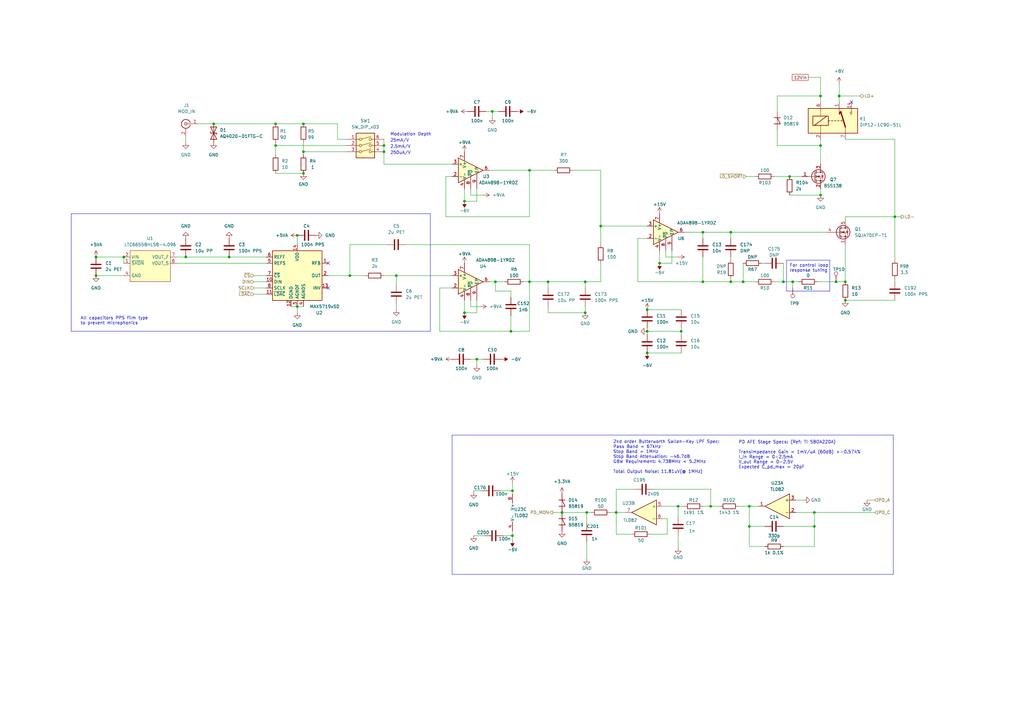
<source format=kicad_sch>
(kicad_sch (version 20230121) (generator eeschema)
  (paper "A3")
  (title_block (title "Kirdy") (date "2022-07-03") (rev "r0.1") (company "M-Labs") (comment 1 "Alex Wong Tat Hang"))
  (lib_symbols
    (symbol "Amplifier_Operational:ADA4898-1YRDZ" (pin_names (offset 0.127))
      (property "Reference" "U" (at 3.81 3.81 0))
      (property "Value" "ADA4898-1YRDZ" (at 11.43 -2.54 0))
      (symbol "ADA4898-1YRDZ_1_1"
        (pin input line (at -7.62 -2.54 0) (length 2.54) (name "-") (number "2"))
        (pin input line (at -7.62 2.54 0) (length 2.54) (name "+") (number "3"))
        (pin power_in line (at -2.54 -7.62 90) (length 3.81) (name "V-") (number "4"))
        (pin output line (at 7.62 0 180) (length 2.54) (name "~") (number "6"))
        (pin power_in line (at -2.54 7.62 270) (length 3.81) (name "V+") (number "7"))
        (pin input line (at 0 -7.62 90) (length 5.08) (name "~{PD}") (number "8"))
        (pin passive line (at 2.54 -7.62 90) (length 6.35) (name "EP") (number "9"))
      )
    )
    (symbol "Amplifier_Operational:TL082" (pin_names (offset 0.127))
      (property "Reference" "U" (at 0 5.08 0))
      (property "Value" "TL082" (at 0 -5.08 0))
      (symbol "TL082_1_1"
        (pin output line (at 7.62 0 180) (length 2.54) (name "~") (number "1"))
        (pin input line (at -7.62 -2.54 0) (length 2.54) (name "-") (number "2"))
        (pin input line (at -7.62 2.54 0) (length 2.54) (name "+") (number "3"))
      )
      (symbol "TL082_2_1"
        (pin input line (at -7.62 2.54 0) (length 2.54) (name "+") (number "5"))
        (pin input line (at -7.62 -2.54 0) (length 2.54) (name "-") (number "6"))
        (pin output line (at 7.62 0 180) (length 2.54) (name "~") (number "7"))
      )
      (symbol "TL082_3_1"
        (pin power_in line (at -2.54 -7.62 90) (length 3.81) (name "V-") (number "4"))
        (pin power_in line (at -2.54 7.62 270) (length 3.81) (name "V+") (number "8"))
      )
    )
    (symbol "Analog_DAC:MAX5719xSD"
      (property "Reference" "U" (at -10.16 11.43 0))
      (property "Value" "MAX5719xSD" (at 1.27 11.43 0))
      (symbol "MAX5719xSD_1_1"
        (pin passive line (at 12.7 5.08 180) (length 2.54) (name "RFB") (number "1"))
        (pin input line (at -12.7 -2.54 0) (length 2.54) (name "DIN") (number "10"))
        (pin input line (at -12.7 -7.62 0) (length 2.54) (name "~{LDAC}") (number "11"))
        (pin power_in line (at -2.54 -12.7 90) (length 2.54) (name "DGND") (number "12"))
        (pin passive line (at 12.7 -5.08 180) (length 2.54) (name "INV") (number "13"))
        (pin power_in line (at 0 12.7 270) (length 2.54) (name "VDD") (number "14"))
        (pin output line (at 12.7 0 180) (length 2.54) (name "OUT") (number "2"))
        (pin power_in line (at 0 -12.7 90) (length 2.54) (name "AGNDF") (number "3"))
        (pin power_in line (at 2.54 -12.7 90) (length 2.54) (name "AGNDS") (number "4"))
        (pin input line (at -12.7 5.08 0) (length 2.54) (name "REFS") (number "5"))
        (pin input line (at -12.7 7.62 0) (length 2.54) (name "REFF") (number "6"))
        (pin input line (at -12.7 0 0) (length 2.54) (name "~{CS}") (number "7"))
        (pin input line (at -12.7 -5.08 0) (length 2.54) (name "SCLK") (number "8"))
        (pin no_connect line (at 10.16 -7.62 180) (length 2.54) hide (name "NC") (number "9"))
      )
    )
    (symbol "Connector:Conn_Coaxial" (pin_names (offset 1.016) hide)
      (property "Reference" "J" (at 0.254 3.048 0))
      (property "Value" "Conn_Coaxial" (at 2.921 0 90))
      (symbol "Conn_Coaxial_1_1"
        (pin passive line (at -5.08 0 0) (length 2.54) (name "In") (number "1"))
        (pin passive line (at 0 -5.08 90) (length 2.54) (name "Ext") (number "2"))
      )
    )
    (symbol "Connector:TestPoint" (pin_numbers hide) (pin_names (offset 0.762) hide)
      (property "Reference" "TP" (at 0 6.858 0))
      (property "Value" "TestPoint" (at 0 5.08 0))
      (symbol "TestPoint_1_1"
        (pin passive line (at 0 0 90) (length 2.54) (name "1") (number "1"))
      )
    )
    (symbol "Device:C" (pin_numbers hide) (pin_names (offset 0.254))
      (property "Reference" "C" (at 0.635 2.54 0))
      (property "Value" "C" (at 0.635 -2.54 0))
      (symbol "C_1_1"
        (pin passive line (at 0 3.81 270) (length 2.794) (name "~") (number "1"))
        (pin passive line (at 0 -3.81 90) (length 2.794) (name "~") (number "2"))
      )
    )
    (symbol "Device:D_Shockley" (pin_numbers hide) (pin_names (offset 1.016) hide)
      (property "Reference" "D" (at 0 2.54 0))
      (property "Value" "D_Shockley" (at 0 -2.54 0))
      (symbol "D_Shockley_1_1"
        (pin passive line (at -3.81 0 0) (length 2.54) (name "K") (number "1"))
        (pin passive line (at 3.81 0 180) (length 2.54) (name "A") (number "2"))
      )
    )
    (symbol "Device:D_TVS" (pin_numbers hide) (pin_names (offset 1.016) hide)
      (property "Reference" "D" (at 0 2.54 0))
      (property "Value" "D_TVS" (at 0 -2.54 0))
      (symbol "D_TVS_1_1"
        (pin passive line (at -3.81 0 0) (length 2.54) (name "A1") (number "1"))
        (pin passive line (at 3.81 0 180) (length 2.54) (name "A2") (number "2"))
      )
    )
    (symbol "Device:R" (pin_numbers hide) (pin_names (offset 0))
      (property "Reference" "R" (at 2.032 0 90))
      (property "Value" "R" (at 0 0 90))
      (symbol "R_1_1"
        (pin passive line (at 0 3.81 270) (length 1.27) (name "~") (number "1"))
        (pin passive line (at 0 -3.81 90) (length 1.27) (name "~") (number "2"))
      )
    )
    (symbol "Relay:DIPxx-1Cxx-51x"
      (property "Reference" "K" (at 11.43 3.81 0))
      (property "Value" "DIPxx-1Cxx-51x" (at 11.43 1.27 0))
      (symbol "DIPxx-1Cxx-51x_1_1"
        (pin passive line (at 2.54 7.62 270) (length 2.54) (name "~") (number "1"))
        (pin passive line (at 7.62 7.62 270) (length 2.54) (name "~") (number "14"))
        (pin passive line (at -5.08 -7.62 90) (length 2.54) (name "~") (number "2"))
        (pin passive line (at -5.08 7.62 270) (length 2.54) (name "~") (number "6"))
        (pin passive line (at 5.08 -7.62 90) (length 2.54) (name "~") (number "7"))
        (pin passive line (at 5.08 -7.62 90) (length 2.54) hide (name "~") (number "8"))
      )
    )
    (symbol "Switch:SW_DIP_x03" (pin_names (offset 0) hide)
      (property "Reference" "SW" (at 0 8.89 0))
      (property "Value" "SW_DIP_x03" (at 0 -3.81 0))
      (symbol "SW_DIP_x03_1_1"
        (pin passive line (at -7.62 5.08 0) (length 5.08) (name "~") (number "1"))
        (pin passive line (at -7.62 2.54 0) (length 5.08) (name "~") (number "2"))
        (pin passive line (at -7.62 0 0) (length 5.08) (name "~") (number "3"))
        (pin passive line (at 7.62 0 180) (length 5.08) (name "~") (number "4"))
        (pin passive line (at 7.62 2.54 180) (length 5.08) (name "~") (number "5"))
        (pin passive line (at 7.62 5.08 180) (length 5.08) (name "~") (number "6"))
      )
    )
    (symbol "Transistor_FET:BSS138" (pin_names hide)
      (property "Reference" "Q" (at 5.08 1.905 0))
      (property "Value" "BSS138" (at 5.08 0 0))
      (symbol "BSS138_1_1"
        (pin input line (at -5.08 0 0) (length 2.54) (name "G") (number "1"))
        (pin passive line (at 2.54 -5.08 90) (length 2.54) (name "S") (number "2"))
        (pin passive line (at 2.54 5.08 270) (length 2.54) (name "D") (number "3"))
      )
    )
    (symbol "Transistor_FET:CSD17507Q5A" (pin_names hide)
      (property "Reference" "Q" (at 5.08 1.905 0))
      (property "Value" "CSD17507Q5A" (at 5.08 0 0))
      (symbol "CSD17507Q5A_1_1"
        (pin passive line (at 2.54 -5.08 90) (length 2.54) (name "S") (number "1"))
        (pin passive line (at 2.54 -5.08 90) (length 2.54) hide (name "S") (number "2"))
        (pin passive line (at 2.54 -5.08 90) (length 2.54) hide (name "S") (number "3"))
        (pin passive line (at -5.08 0 0) (length 2.54) (name "G") (number "4"))
        (pin passive line (at 2.54 5.08 270) (length 2.54) (name "D") (number "5"))
      )
    )
    (symbol "kirdy:LTC6655"
      (property "Reference" "U" (at 0 -10.16 0))
      (property "Value" "LTC6655" (at 0 -7.62 0))
      (symbol "LTC6655_0_0"
        (pin input line (at -10.16 2.54 0) (length 2.54) (name "~{SHDN}") (number "1"))
        (pin power_in line (at -10.16 5.08 0) (length 2.54) (name "VIN") (number "2"))
        (pin power_in line (at -10.16 -2.54 0) (length 2.54) hide (name "GND") (number "3"))
        (pin power_in line (at -10.16 -2.54 0) (length 2.54) (name "GND") (number "4"))
        (pin power_in line (at -10.16 -2.54 0) (length 2.54) hide (name "GND") (number "5"))
        (pin passive line (at 11.43 2.54 180) (length 2.54) (name "VOUT_S") (number "6"))
        (pin output line (at 11.43 5.08 180) (length 2.54) (name "VOUT_F") (number "7"))
        (pin power_in line (at -10.16 -2.54 0) (length 2.54) hide (name "GND") (number "8"))
      )
    )
    (symbol "power:+15V" (power) (pin_names (offset 0))
      (property "Value" "+15V" (at 0 3.556 0))
      (symbol "+15V_1_1"
        (pin power_in line (at 0 0 90) (length 0) hide (name "+15V") (number "1"))
      )
    )
    (symbol "power:+3.3VA" (power) (pin_names (offset 0))
      (property "Value" "+3.3VA" (at 0 3.556 0))
      (symbol "+3.3VA_1_1"
        (pin power_in line (at 0 0 90) (length 0) hide (name "+3.3VA") (number "1"))
      )
    )
    (symbol "power:+5VA" (power) (pin_names (offset 0))
      (property "Value" "+5VA" (at 0 3.556 0))
      (symbol "+5VA_1_1"
        (pin power_in line (at 0 0 90) (length 0) hide (name "+5VA") (number "1"))
      )
    )
    (symbol "power:+8V" (power) (pin_names (offset 0))
      (property "Value" "+8V" (at 0 3.556 0))
      (symbol "+8V_1_1"
        (pin power_in line (at 0 0 90) (length 0) hide (name "+8V") (number "1"))
      )
    )
    (symbol "power:+9VA" (power) (pin_names (offset 0))
      (property "Value" "+9VA" (at 0 3.81 0))
      (symbol "+9VA_1_1"
        (pin power_in line (at 0 0 90) (length 0) hide (name "+9VA") (number "1"))
      )
    )
    (symbol "power:-6V" (power) (pin_names (offset 0))
      (property "Value" "-6V" (at 0 3.81 0))
      (symbol "-6V_0_0"
        (pin power_in line (at 0 0 90) (length 0) hide (name "-6V") (number "1"))
      )
    )
    (symbol "power:GND" (power) (pin_names (offset 0))
      (property "Value" "GND" (at 0 -3.81 0))
      (symbol "GND_1_1"
        (pin power_in line (at 0 0 270) (length 0) hide (name "GND") (number "1"))
      )
    )
  )
  (junction (at 270.51 107.95))
  (junction (at 124.46 71.12))
  (junction (at 217.17 69.85))
  (junction (at 265.43 135.89))
  (junction (at 203.2 115.57))
  (junction (at 121.92 96.52))
  (junction (at 288.29 95.25))
  (junction (at 367.03 88.9))
  (junction (at 334.01 210.185))
  (junction (at 210.185 201.295))
  (junction (at 87.63 50.8))
  (junction (at 201.93 45.72))
  (junction (at 157.48 62.23))
  (junction (at 240.03 115.57))
  (junction (at 195.58 147.32))
  (junction (at 299.72 115.57))
  (junction (at 265.43 127))
  (junction (at 252.73 210.185))
  (junction (at 346.71 115.57))
  (junction (at 190.5 128.27))
  (junction (at 124.46 50.8))
  (junction (at 336.55 39.37))
  (junction (at 217.17 115.57))
  (junction (at 307.34 207.645))
  (junction (at 224.79 115.57))
  (junction (at 334.01 215.9))
  (junction (at 190.5 82.55))
  (junction (at 325.12 115.57))
  (junction (at 288.29 115.57))
  (junction (at 143.51 113.03))
  (junction (at 336.55 80.01))
  (junction (at 299.72 95.25))
  (junction (at 113.03 50.8))
  (junction (at 162.56 113.03))
  (junction (at 76.2 105.41))
  (junction (at 279.4 135.89))
  (junction (at 210.185 219.71))
  (junction (at 246.38 92.71))
  (junction (at 50.8 105.41))
  (junction (at 346.71 123.19))
  (junction (at 265.43 144.78))
  (junction (at 291.465 207.645))
  (junction (at 93.98 105.41))
  (junction (at 39.37 113.03))
  (junction (at 278.13 207.645))
  (junction (at 240.03 128.27))
  (junction (at 113.03 59.69))
  (junction (at 307.34 215.9))
  (junction (at 336.55 59.69))
  (junction (at 344.17 39.37))
  (junction (at 230.505 210.185))
  (junction (at 304.8 115.57))
  (junction (at 124.46 62.23))
  (junction (at 121.92 125.73))
  (junction (at 209.55 135.89))
  (junction (at 240.665 210.185))
  (junction (at 39.37 105.41))
  (junction (at 157.48 59.69))
  (junction (at 342.9 115.57))
  (junction (at 323.85 72.39))
  (junction (at 321.31 115.57))
  (no_connect (at 349.25 41.91))
  (no_connect (at 134.62 118.11))
  (no_connect (at 134.62 107.95))
  (wire (pts (xy 162.56 124.46) (xy 162.56 127)))
  (wire (pts (xy 104.14 113.03) (xy 109.22 113.03)))
  (wire (pts (xy 50.8 105.41) (xy 50.8 107.95)))
  (wire (pts (xy 157.48 59.69) (xy 157.48 62.23)))
  (wire (pts (xy 323.85 72.39) (xy 328.93 72.39)))
  (wire (pts (xy 217.17 115.57) (xy 224.79 115.57)))
  (wire (pts (xy 259.08 219.075) (xy 252.73 219.075)))
  (wire (pts (xy 113.03 71.12) (xy 124.46 71.12)))
  (wire (pts (xy 334.01 210.185) (xy 358.775 210.185)))
  (wire (pts (xy 335.28 115.57) (xy 342.9 115.57)))
  (wire (pts (xy 288.29 95.25) (xy 299.72 95.25)))
  (wire (pts (xy 313.69 224.155) (xy 307.34 224.155)))
  (wire (pts (xy 318.77 59.69) (xy 336.55 59.69)))
  (wire (pts (xy 325.12 118.11) (xy 325.12 115.57)))
  (wire (pts (xy 271.78 212.725) (xy 273.685 212.725)))
  (wire (pts (xy 240.03 115.57) (xy 246.38 115.57)))
  (wire (pts (xy 265.43 135.89) (xy 265.43 137.16)))
  (wire (pts (xy 346.71 90.17) (xy 346.71 88.9)))
  (wire (pts (xy 210.185 219.71) (xy 210.185 221.615)))
  (wire (pts (xy 331.47 31.75) (xy 336.55 31.75)))
  (wire (pts (xy 240.665 210.185) (xy 242.57 210.185)))
  (wire (pts (xy 166.37 100.33) (xy 217.17 100.33)))
  (wire (pts (xy 138.43 57.15) (xy 142.24 57.15)))
  (wire (pts (xy 288.29 207.645) (xy 291.465 207.645)))
  (wire (pts (xy 76.2 58.42) (xy 76.2 55.88)))
  (wire (pts (xy 240.03 118.11) (xy 240.03 115.57)))
  (wire (pts (xy 288.29 95.25) (xy 288.29 97.79)))
  (wire (pts (xy 280.67 95.25) (xy 288.29 95.25)))
  (wire (pts (xy 193.04 125.73) (xy 196.85 125.73)))
  (wire (pts (xy 336.55 31.75) (xy 336.55 39.37)))
  (wire (pts (xy 124.46 58.42) (xy 124.46 62.23)))
  (wire (pts (xy 367.03 114.3) (xy 367.03 115.57)))
  (wire (pts (xy 299.72 95.25) (xy 339.09 95.25)))
  (wire (pts (xy 81.28 50.8) (xy 87.63 50.8)))
  (polyline (pts (xy 322.58 119.38) (xy 340.36 119.38)))
  (wire (pts (xy 104.14 118.11) (xy 109.22 118.11)))
  (wire (pts (xy 252.73 200.66) (xy 252.73 210.185)))
  (wire (pts (xy 206.375 219.71) (xy 210.185 219.71)))
  (wire (pts (xy 273.05 105.41) (xy 278.13 105.41)))
  (polyline (pts (xy 322.58 106.68) (xy 340.36 106.68)))
  (wire (pts (xy 318.77 53.34) (xy 318.77 59.69)))
  (wire (pts (xy 157.48 57.15) (xy 157.48 59.69)))
  (wire (pts (xy 299.72 105.41) (xy 299.72 106.68)))
  (wire (pts (xy 76.2 105.41) (xy 93.98 105.41)))
  (wire (pts (xy 104.14 115.57) (xy 109.22 115.57)))
  (wire (pts (xy 113.03 58.42) (xy 113.03 59.69)))
  (wire (pts (xy 200.66 69.85) (xy 217.17 69.85)))
  (wire (pts (xy 201.93 45.72) (xy 201.93 48.26)))
  (wire (pts (xy 326.39 210.185) (xy 334.01 210.185)))
  (wire (pts (xy 306.07 72.39) (xy 309.88 72.39)))
  (wire (pts (xy 224.79 115.57) (xy 240.03 115.57)))
  (wire (pts (xy 267.97 200.66) (xy 291.465 200.66)))
  (wire (pts (xy 217.17 88.9) (xy 217.17 69.85)))
  (wire (pts (xy 209.55 135.89) (xy 217.17 135.89)))
  (wire (pts (xy 210.185 198.12) (xy 210.185 201.295)))
  (wire (pts (xy 252.73 210.185) (xy 256.54 210.185)))
  (wire (pts (xy 162.56 113.03) (xy 185.42 113.03)))
  (wire (pts (xy 157.48 113.03) (xy 162.56 113.03)))
  (wire (pts (xy 299.72 95.25) (xy 299.72 97.79)))
  (wire (pts (xy 217.17 135.89) (xy 217.17 115.57)))
  (wire (pts (xy 367.03 88.9) (xy 346.71 88.9)))
  (wire (pts (xy 240.03 128.27) (xy 240.03 125.73)))
  (wire (pts (xy 72.39 107.95) (xy 109.22 107.95)))
  (wire (pts (xy 336.55 57.15) (xy 336.55 59.69)))
  (wire (pts (xy 124.46 62.23) (xy 142.24 62.23)))
  (wire (pts (xy 214.63 115.57) (xy 217.17 115.57)))
  (wire (pts (xy 278.13 212.09) (xy 278.13 207.645)))
  (wire (pts (xy 279.4 135.89) (xy 265.43 135.89)))
  (wire (pts (xy 201.93 45.72) (xy 204.47 45.72)))
  (wire (pts (xy 180.34 118.11) (xy 180.34 135.89)))
  (wire (pts (xy 307.34 215.9) (xy 307.34 224.155)))
  (wire (pts (xy 195.58 82.55) (xy 195.58 77.47)))
  (wire (pts (xy 190.5 77.47) (xy 190.5 82.55)))
  (wire (pts (xy 195.58 128.27) (xy 195.58 123.19)))
  (wire (pts (xy 291.465 200.66) (xy 291.465 207.645)))
  (wire (pts (xy 143.51 100.33) (xy 143.51 113.03)))
  (wire (pts (xy 158.75 100.33) (xy 143.51 100.33)))
  (polyline (pts (xy 29.21 87.63) (xy 176.53 87.63)))
  (wire (pts (xy 346.71 123.19) (xy 367.03 123.19)))
  (wire (pts (xy 342.9 115.57) (xy 346.71 115.57)))
  (wire (pts (xy 266.7 219.075) (xy 273.685 219.075)))
  (wire (pts (xy 271.78 207.645) (xy 278.13 207.645)))
  (wire (pts (xy 195.58 147.32) (xy 198.12 147.32)))
  (wire (pts (xy 87.63 50.8) (xy 113.03 50.8)))
  (wire (pts (xy 246.38 92.71) (xy 246.38 100.33)))
  (wire (pts (xy 304.8 107.95) (xy 304.8 115.57)))
  (wire (pts (xy 193.04 77.47) (xy 193.04 80.01)))
  (wire (pts (xy 113.03 50.8) (xy 124.46 50.8)))
  (wire (pts (xy 336.55 39.37) (xy 336.55 41.91)))
  (wire (pts (xy 190.5 82.55) (xy 195.58 82.55)))
  (wire (pts (xy 193.04 147.32) (xy 195.58 147.32)))
  (wire (pts (xy 329.565 205.105) (xy 326.39 205.105)))
  (wire (pts (xy 321.31 115.57) (xy 325.12 115.57)))
  (wire (pts (xy 240.665 222.25) (xy 240.665 229.235)))
  (wire (pts (xy 246.38 69.85) (xy 246.38 92.71)))
  (wire (pts (xy 270.51 107.95) (xy 275.59 107.95)))
  (wire (pts (xy 199.39 45.72) (xy 201.93 45.72)))
  (wire (pts (xy 344.17 39.37) (xy 344.17 41.91)))
  (wire (pts (xy 185.42 72.39) (xy 182.88 72.39)))
  (wire (pts (xy 230.505 210.185) (xy 240.665 210.185)))
  (polyline (pts (xy 340.36 119.38) (xy 340.36 106.68)))
  (wire (pts (xy 72.39 105.41) (xy 76.2 105.41)))
  (wire (pts (xy 180.34 135.89) (xy 209.55 135.89)))
  (wire (pts (xy 193.04 123.19) (xy 193.04 125.73)))
  (wire (pts (xy 134.62 113.03) (xy 143.51 113.03)))
  (wire (pts (xy 209.55 119.38) (xy 203.2 119.38)))
  (wire (pts (xy 93.98 105.41) (xy 109.22 105.41)))
  (wire (pts (xy 291.465 207.645) (xy 295.275 207.645)))
  (wire (pts (xy 317.5 115.57) (xy 321.31 115.57)))
  (wire (pts (xy 367.03 57.15) (xy 346.71 57.15)))
  (wire (pts (xy 250.19 210.185) (xy 252.73 210.185)))
  (wire (pts (xy 334.01 210.185) (xy 334.01 215.9)))
  (wire (pts (xy 234.95 69.85) (xy 246.38 69.85)))
  (wire (pts (xy 278.13 224.79) (xy 278.13 219.71)))
  (wire (pts (xy 39.37 105.41) (xy 50.8 105.41)))
  (wire (pts (xy 39.37 113.03) (xy 50.8 113.03)))
  (wire (pts (xy 369.57 88.9) (xy 367.03 88.9)))
  (wire (pts (xy 318.77 39.37) (xy 336.55 39.37)))
  (wire (pts (xy 302.895 207.645) (xy 307.34 207.645)))
  (wire (pts (xy 190.5 128.27) (xy 195.58 128.27)))
  (wire (pts (xy 124.46 62.23) (xy 124.46 63.5)))
  (wire (pts (xy 270.51 102.87) (xy 270.51 107.95)))
  (polyline (pts (xy 29.21 87.63) (xy 29.21 135.89)))
  (wire (pts (xy 325.12 115.57) (xy 327.66 115.57)))
  (wire (pts (xy 113.03 59.69) (xy 142.24 59.69)))
  (wire (pts (xy 252.73 210.185) (xy 252.73 219.075)))
  (wire (pts (xy 261.62 115.57) (xy 261.62 97.79)))
  (wire (pts (xy 121.92 96.52) (xy 121.92 100.33)))
  (wire (pts (xy 273.685 212.725) (xy 273.685 219.075)))
  (wire (pts (xy 273.05 102.87) (xy 273.05 105.41)))
  (wire (pts (xy 157.48 67.31) (xy 185.42 67.31)))
  (wire (pts (xy 226.695 210.185) (xy 230.505 210.185)))
  (polyline (pts (xy 322.58 106.68) (xy 322.58 119.38)))
  (wire (pts (xy 217.17 69.85) (xy 227.33 69.85)))
  (wire (pts (xy 336.55 59.69) (xy 336.55 67.31)))
  (wire (pts (xy 321.31 224.155) (xy 334.01 224.155)))
  (wire (pts (xy 304.8 115.57) (xy 309.88 115.57)))
  (wire (pts (xy 194.31 201.93) (xy 194.31 201.295)))
  (wire (pts (xy 344.17 39.37) (xy 353.06 39.37)))
  (wire (pts (xy 288.29 115.57) (xy 261.62 115.57)))
  (wire (pts (xy 307.34 207.645) (xy 311.15 207.645)))
  (wire (pts (xy 182.88 88.9) (xy 217.17 88.9)))
  (wire (pts (xy 119.38 125.73) (xy 121.92 125.73)))
  (wire (pts (xy 246.38 92.71) (xy 265.43 92.71)))
  (wire (pts (xy 367.03 88.9) (xy 367.03 106.68)))
  (wire (pts (xy 104.14 120.65) (xy 109.22 120.65)))
  (wire (pts (xy 318.77 45.72) (xy 318.77 39.37)))
  (wire (pts (xy 143.51 113.03) (xy 149.86 113.03)))
  (wire (pts (xy 193.04 80.01) (xy 198.12 80.01)))
  (polyline (pts (xy 29.21 135.89) (xy 176.53 135.89)))
  (wire (pts (xy 210.185 201.295) (xy 210.185 202.565)))
  (wire (pts (xy 194.31 201.295) (xy 197.485 201.295)))
  (wire (pts (xy 224.79 125.73) (xy 224.79 128.27)))
  (wire (pts (xy 299.72 114.3) (xy 299.72 115.57)))
  (wire (pts (xy 367.03 57.15) (xy 367.03 88.9)))
  (wire (pts (xy 190.5 123.19) (xy 190.5 128.27)))
  (wire (pts (xy 224.79 118.11) (xy 224.79 115.57)))
  (wire (pts (xy 203.2 119.38) (xy 203.2 115.57)))
  (wire (pts (xy 321.31 107.95) (xy 321.31 115.57)))
  (wire (pts (xy 209.55 129.54) (xy 209.55 135.89)))
  (wire (pts (xy 205.105 201.295) (xy 210.185 201.295)))
  (wire (pts (xy 279.4 134.62) (xy 279.4 135.89)))
  (wire (pts (xy 344.17 34.29) (xy 344.17 39.37)))
  (wire (pts (xy 312.42 107.95) (xy 313.69 107.95)))
  (wire (pts (xy 246.38 107.95) (xy 246.38 115.57)))
  (wire (pts (xy 323.85 80.01) (xy 336.55 80.01)))
  (wire (pts (xy 113.03 59.69) (xy 113.03 63.5)))
  (wire (pts (xy 121.92 125.73) (xy 121.92 128.27)))
  (wire (pts (xy 217.17 100.33) (xy 217.17 115.57)))
  (wire (pts (xy 279.4 135.89) (xy 279.4 137.16)))
  (wire (pts (xy 210.185 217.805) (xy 210.185 219.71)))
  (wire (pts (xy 162.56 113.03) (xy 162.56 116.84)))
  (wire (pts (xy 157.48 62.23) (xy 157.48 67.31)))
  (wire (pts (xy 346.71 100.33) (xy 346.71 115.57)))
  (wire (pts (xy 124.46 50.8) (xy 138.43 50.8)))
  (wire (pts (xy 355.6 205.105) (xy 358.775 205.105)))
  (wire (pts (xy 203.2 115.57) (xy 207.01 115.57)))
  (wire (pts (xy 240.665 214.63) (xy 240.665 210.185)))
  (wire (pts (xy 336.55 77.47) (xy 336.55 80.01)))
  (wire (pts (xy 321.31 215.9) (xy 334.01 215.9)))
  (wire (pts (xy 307.34 207.645) (xy 307.34 215.9)))
  (wire (pts (xy 317.5 72.39) (xy 323.85 72.39)))
  (wire (pts (xy 185.42 118.11) (xy 180.34 118.11)))
  (wire (pts (xy 194.31 219.71) (xy 198.755 219.71)))
  (wire (pts (xy 265.43 134.62) (xy 265.43 135.89)))
  (wire (pts (xy 224.79 128.27) (xy 240.03 128.27)))
  (wire (pts (xy 265.43 127) (xy 279.4 127)))
  (wire (pts (xy 260.35 200.66) (xy 252.73 200.66)))
  (wire (pts (xy 288.29 115.57) (xy 299.72 115.57)))
  (wire (pts (xy 209.55 121.92) (xy 209.55 119.38)))
  (wire (pts (xy 265.43 144.78) (xy 279.4 144.78)))
  (wire (pts (xy 278.13 207.645) (xy 280.67 207.645)))
  (wire (pts (xy 200.66 115.57) (xy 203.2 115.57)))
  (wire (pts (xy 138.43 50.8) (xy 138.43 57.15)))
  (wire (pts (xy 275.59 107.95) (xy 275.59 102.87)))
  (wire (pts (xy 288.29 105.41) (xy 288.29 115.57)))
  (wire (pts (xy 195.58 147.32) (xy 195.58 149.86)))
  (wire (pts (xy 299.72 115.57) (xy 304.8 115.57)))
  (polyline (pts (xy 176.53 135.89) (xy 176.53 87.63)))
  (wire (pts (xy 121.92 125.73) (xy 124.46 125.73)))
  (wire (pts (xy 182.88 72.39) (xy 182.88 88.9)))
  (wire (pts (xy 261.62 97.79) (xy 265.43 97.79)))
  (wire (pts (xy 334.01 215.9) (xy 334.01 224.155)))
  (wire (pts (xy 313.69 215.9) (xy 307.34 215.9)))
  (rectangle (start 185.42 178.435) (end 366.395 235.585))
  (text "250uA/V" (at 160.02 63.5 0) (effects (font (size 1.27 1.27)) (justify left bottom)))
  (text "All capacitors PPS film type\nto prevent microphonics " (at 33.02 133.35 0) (effects (font (size 1.27 1.27)) (justify left bottom)))
  (text "2.5mA/V" (at 160.02 60.96 0) (effects (font (size 1.27 1.27)) (justify left bottom)))
  (text "For control loop\nresponse tuning" (at 323.85 111.76 0) (effects (font (size 1.27 1.27)) (justify left bottom)))
  (text "25mA/V" (at 160.02 58.42 0) (effects (font (size 1.27 1.27)) (justify left bottom)))
  (text "PD AFE Stage Specs: (Ref: TI SBOA220A)\n\nTransimpedance Gain = 1mV/uA (60dB) +-0.574%\nI_in Range = 0-2.5mA\nV_out Range = 0-2.5V\nExpected C_pd_max = 20pF" (at 302.895 192.405 0) (effects (font (size 1.27 1.27)) (justify left bottom)))
  (text "\n2nd order Butterworth Sallen-Key LPF Spec:\nPass Band = 67kHz\nStop Band = 1MHz\nStop Band Attenuation: -46.7dB\nGBW Requirement: 4.738MHz < 5.2MHz\n\nTotal Output Noise: 11.81uV(@ 1MHz)" (at 251.46 194.31 0) (effects (font (size 1.27 1.27)) (justify left bottom)))
  (text "Modulation Depth" (at 160.02 55.88 0) (effects (font (size 1.27 1.27)) (justify left bottom)))
  (global_label "12Vin" (shape passive) (at 331.47 31.75 180) (property "Intersheetrefs" "${INTERSHEET_REFS}" (effects hide)))
  (hierarchical_label "PD_MON" (shape output) (at 226.695 210.185 180))
  (hierarchical_label "PD_C" (shape input) (at 358.775 210.185 0))
  (hierarchical_label "~{LDAC}" (shape input) (at 104.14 120.65 180))
  (hierarchical_label "~{LD_SHORT}" (shape input) (at 306.07 72.39 180))
  (hierarchical_label "LD+" (shape output) (at 353.06 39.37 0))
  (hierarchical_label "PD_A" (shape input) (at 358.775 205.105 0))
  (hierarchical_label "SCLK" (shape input) (at 104.14 118.11 180))
  (hierarchical_label "DIN" (shape input) (at 104.14 115.57 180))
  (hierarchical_label "LD-" (shape output) (at 369.57 88.9 0))
  (hierarchical_label "~{CS}" (shape input) (at 104.14 113.03 180))
  (symbol (lib_id "Connector:TestPoint") (at 342.9 115.57 0) (unit 1)
    (property "Reference" "TP10" (at 341.63 110.49 0) (effects (justify left)))
    (property "Value" "TestPoint" (effects hide))
    (property "Footprint" "TestPoint:TestPoint_Pad_2.0x2.0mm" (effects hide))
  )
  (symbol (lib_id "Device:R") (at 299.72 110.49 180) (unit 1)
    (property "Reference" "R19" (at 295.91 111.76 0))
    (property "Value" "DNP" (at 295.91 109.22 0))
    (property "Footprint" "Resistor_SMD:R_0603_1608Metric" (effects hide))
  )
  (symbol (lib_id "Device:R") (at 284.48 207.645 90) (unit 1)
    (property "Reference" "R12" (at 284.48 205.105 90))
    (property "Value" "1k91 1%" (at 284.48 210.185 90))
    (property "Footprint" "Resistor_SMD:R_0603_1608Metric" (effects hide))
    (property "MFR_PN_ALT" "WR06X1001FTL" (effects hide))
  )
  (symbol (lib_id "Device:C") (at 264.16 200.66 270) (unit 1)
    (property "Reference" "C195" (at 262.255 196.85 90))
    (property "Value" "2n05" (at 267.97 202.565 90))
    (property "Footprint" "Capacitor_SMD:C_0603_1608Metric" (effects hide))
  )
  (symbol (lib_id "Device:R") (at 323.85 76.2 180) (unit 1)
    (property "Reference" "R104" (at 326.39 74.9299 0) (effects (justify right)))
    (property "Value" "2k" (at 326.39 77.4699 0) (effects (justify right)))
    (property "Footprint" "Resistor_SMD:R_0603_1608Metric" (effects hide))
    (property "MFR_PN" "RC0603FR-072KL" (effects hide))
    (property "MFR_PN_ALT" "ERJ-3EKF2001V" (effects hide))
  )
  (symbol (lib_id "power:GND") (at 336.55 80.01 0) (unit 1)
    (property "Reference" "#PWR0171" (effects hide))
    (property "Value" "GND" (at 336.55 85.09 0))
  )
  (symbol (lib_id "power:-6V") (at 212.09 45.72 270) (unit 1)
    (property "Reference" "#PWR022" (effects hide))
    (property "Value" "-6V" (at 215.9 45.7199 90) (effects (justify left)))
  )
  (symbol (lib_id "Device:C") (at 162.56 100.33 90) (unit 1)
    (property "Reference" "C5" (at 162.56 92.71 90))
    (property "Value" "2u PET" (at 162.56 95.25 90))
    (property "Footprint" "Capacitor_SMD:C_1812_4532Metric" (effects hide))
    (property "MFR_PN" "35MU225MC14532" (effects hide))
  )
  (symbol (lib_id "power:+15V") (at 265.43 127 0) (unit 1)
    (property "Reference" "#PWR028" (effects hide))
    (property "Value" "+15V" (at 265.43 123.19 0))
  )
  (symbol (lib_id "Device:R") (at 331.47 115.57 90) (unit 1)
    (property "Reference" "R11" (at 331.47 118.11 90))
    (property "Value" "0" (at 331.47 113.03 90))
    (property "Footprint" "Resistor_SMD:R_0603_1608Metric" (effects hide))
    (property "MFR_PN" "RMCF0603ZT0R00" (effects hide))
    (property "MFR_PN_ALT" "CR0603-J/-000ELF" (effects hide))
  )
  (symbol (lib_id "power:-6V") (at 205.74 147.32 270) (unit 1)
    (property "Reference" "#PWR023" (effects hide))
    (property "Value" "-6V" (at 209.55 147.3199 90) (effects (justify left)))
  )
  (symbol (lib_id "Device:D_Shockley") (at 230.505 206.375 270) (unit 1)
    (property "Reference" "D14" (at 233.045 205.1049 90) (effects (justify left)))
    (property "Value" "B5819" (at 233.045 207.6449 90) (effects (justify left)))
    (property "Footprint" "Diode_SMD:D_SOD-323" (effects hide))
    (property "MFR_PN" "B5819WS-TP" (effects hide))
  )
  (symbol (lib_id "power:GND") (at 194.31 201.93 0) (unit 1)
    (property "Reference" "#PWR0191" (effects hide))
    (property "Value" "GND" (at 194.31 207.01 0))
  )
  (symbol (lib_id "Device:C") (at 208.28 45.72 90) (unit 1)
    (property "Reference" "C9" (at 208.28 41.91 90))
    (property "Value" "100n" (at 208.28 49.53 90))
    (property "Footprint" "Capacitor_SMD:C_0603_1608Metric" (effects hide))
    (property "MFR_PN" "CL10B104KB8NNWC" (effects hide))
    (property "MFR_PN_ALT" "CL10B104KB8NNNL" (effects hide))
  )
  (symbol (lib_id "Device:R") (at 346.71 119.38 0) (unit 1)
    (property "Reference" "R13" (at 349.25 118.11 0) (effects (justify left)))
    (property "Value" "10" (at 349.25 120.65 0) (effects (justify left)))
    (property "Footprint" "Package_TO_SOT_THT:TO-220-2_Horizontal_TabDown" (effects hide))
    (property "Datasheet" "https://www.alpha-elec.co.jp/w2img/2022100715510167015-PD(EN)_final_10Jan2018.pdf" (effects hide))
    (property "MFR_PN" "PDY10R000F" (effects hide))
  )
  (symbol (lib_id "Relay:DIPxx-1Cxx-51x") (at 341.63 49.53 0) (unit 1)
    (property "Reference" "K1" (at 352.552 48.6953 0) (effects (justify left)))
    (property "Value" "DIP12-1C90-51L" (at 352.552 51.2322 0) (effects (justify left)))
    (property "Footprint" "Relay_THT:Relay_StandexMeder_DIP_LowProfile" (effects hide))
    (property "Datasheet" "https://standexelectronics.com/wp-content/uploads/datasheet_reed_relay_DIP.pdf" (effects hide))
  )
  (symbol (lib_id "Device:C") (at 278.13 215.9 180) (unit 1)
    (property "Reference" "C17" (at 283.21 214.63 0))
    (property "Value" "1n" (at 283.845 217.805 0))
    (property "Footprint" "Capacitor_SMD:C_0603_1608Metric" (effects hide))
  )
  (symbol (lib_id "power:+5VA") (at 39.37 105.41 0) (unit 1)
    (property "Reference" "#PWR01" (effects hide))
    (property "Value" "+5VA" (at 39.37 100.33 0))
  )
  (symbol (lib_id "Device:C") (at 279.4 140.97 0) (unit 1)
    (property "Reference" "C16" (at 283.21 139.6999 0) (effects (justify left)))
    (property "Value" "10u" (at 283.21 142.2399 0) (effects (justify left)))
    (property "Footprint" "Capacitor_SMD:C_0805_2012Metric" (effects hide))
    (property "MFR_PN" "CL21B106KOQNNNG" (effects hide))
    (property "MFR_PN_ALT" "CL21B106KOQNNNE" (effects hide))
  )
  (symbol (lib_id "Device:C") (at 76.2 101.6 0) (unit 1)
    (property "Reference" "C2" (at 80.01 100.3299 0) (effects (justify left)))
    (property "Value" "10u PP" (at 80.01 102.8699 0) (effects (justify left)))
    (property "Footprint" "Capacitor_SMD:C_1812_4532Metric" (effects hide))
    (property "MFR_PN" "16MU106MC44532" (effects hide))
  )
  (symbol (lib_id "Connector:TestPoint") (at 325.12 118.11 180) (unit 1)
    (property "Reference" "TP9" (at 327.66 124.46 0) (effects (justify left)))
    (property "Value" "TestPoint" (effects hide))
    (property "Footprint" "TestPoint:TestPoint_Pad_2.0x2.0mm" (effects hide))
  )
  (symbol (lib_id "Device:C") (at 299.72 101.6 0) (unit 1)
    (property "Reference" "C174" (at 303.53 100.3299 0) (effects (justify left)))
    (property "Value" "DNP" (at 303.53 102.8699 0) (effects (justify left)))
    (property "Footprint" "Capacitor_SMD:C_0603_1608Metric" (effects hide))
  )
  (symbol (lib_id "Device:R") (at 313.69 115.57 90) (unit 1)
    (property "Reference" "R10" (at 313.69 118.11 90))
    (property "Value" "100" (at 313.69 113.03 90))
    (property "Footprint" "Resistor_SMD:R_0603_1608Metric" (effects hide))
    (property "MFR_PN" "WR06X1000FTL" (effects hide))
    (property "MFR_PN_ALT" "RMCF0603FT100R" (effects hide))
  )
  (symbol (lib_id "Device:R") (at 367.03 110.49 180) (unit 1)
    (property "Reference" "R98" (at 370.84 109.22 0))
    (property "Value" "3.3" (at 370.84 111.76 0))
    (property "Footprint" "Resistor_SMD:R_0603_1608Metric" (effects hide))
  )
  (symbol (lib_id "power:GND") (at 121.92 128.27 0) (unit 1)
    (property "Reference" "#PWR06" (effects hide))
    (property "Value" "GND" (at 121.92 133.35 0))
  )
  (symbol (lib_id "Amplifier_Operational:ADA4898-1YRDZ") (at 273.05 95.25 0) (unit 1)
    (property "Reference" "U6" (at 279.4 97.79 0))
    (property "Value" "ADA4898-1YRDZ" (at 285.75 91.44 0))
    (property "Footprint" "Package_SO:SOIC-8-1EP_3.9x4.9mm_P1.27mm_EP2.29x3mm" (effects hide))
    (property "Datasheet" "https://www.analog.com/media/en/technical-documentation/data-sheets/ada4898-1_4898-2.pdf" (effects hide))
    (property "MFR_PN" "ADA4898-1YRDZ" (effects hide))
  )
  (symbol (lib_id "Device:C") (at 288.29 101.6 0) (unit 1)
    (property "Reference" "C13" (at 292.1 100.3299 0) (effects (justify left)))
    (property "Value" "10n" (at 292.1 102.8699 0) (effects (justify left)))
    (property "Footprint" "Capacitor_SMD:C_0603_1608Metric" (effects hide))
    (property "MFR_PN" "0603B103K500CT" (effects hide))
    (property "MFR_PN_ALT" "CL10B103KB8NNNC" (effects hide))
  )
  (symbol (lib_id "power:GND") (at 278.13 224.79 0) (unit 1)
    (property "Reference" "#PWR0187" (effects hide))
    (property "Value" "GND" (at 278.13 228.6 0))
  )
  (symbol (lib_id "power:GND") (at 329.565 205.105 90) (unit 1)
    (property "Reference" "#PWR0182" (effects hide))
    (property "Value" "GND" (at 334.645 205.105 90))
  )
  (symbol (lib_id "Device:C") (at 367.03 119.38 0) (unit 1)
    (property "Reference" "C192" (at 370.84 118.1099 0) (effects (justify left)))
    (property "Value" "100n PPS" (at 370.84 120.6499 0) (effects (justify left)))
    (property "Footprint" "Capacitor_SMD:C_1210_3225Metric" (effects hide))
    (property "MFR_PN" "ECH-U1C104JX5" (effects hide))
  )
  (symbol (lib_id "Device:R") (at 246.38 104.14 180) (unit 1)
    (property "Reference" "R8" (at 248.92 102.8699 0) (effects (justify right)))
    (property "Value" "100" (at 248.92 105.4099 0) (effects (justify right)))
    (property "Footprint" "Resistor_SMD:R_0603_1608Metric" (effects hide))
    (property "MFR_PN" "RT0603FRE07300RL" (effects hide))
    (property "MFR_PN_ALT" "RC0603FR-10300RL" (effects hide))
  )
  (symbol (lib_id "power:GND") (at 129.54 96.52 90) (unit 1)
    (property "Reference" "#PWR07" (effects hide))
    (property "Value" "GND" (at 133.35 96.5199 90) (effects (justify right)))
  )
  (symbol (lib_id "Device:R") (at 113.03 67.31 180) (unit 1)
    (property "Reference" "R2" (at 116.84 66.04 0))
    (property "Value" "10" (at 116.84 68.58 0))
    (property "Footprint" "Resistor_SMD:R_0603_1608Metric" (effects hide))
    (property "MFR_PN" "RT0603BRD0710RL" (effects hide))
    (property "MFR_PN_ALT" "WR06X10R0FTL" (effects hide))
  )
  (symbol (lib_id "power:GND") (at 39.37 113.03 0) (unit 1)
    (property "Reference" "#PWR02" (effects hide))
    (property "Value" "GND" (at 39.37 118.11 0))
  )
  (symbol (lib_id "power:GND") (at 76.2 97.79 180) (unit 1)
    (property "Reference" "#PWR03" (effects hide))
    (property "Value" "GND" (at 76.2 92.71 0))
  )
  (symbol (lib_id "power:-6V") (at 210.185 221.615 180) (unit 1)
    (property "Reference" "#PWR0181" (effects hide))
    (property "Value" "-6V" (at 210.185 225.425 0))
  )
  (symbol (lib_id "Device:C") (at 224.79 121.92 0) (unit 1)
    (property "Reference" "C172" (at 228.6 120.6499 0) (effects (justify left)))
    (property "Value" "10u PP" (at 228.6 123.1899 0) (effects (justify left)))
    (property "Footprint" "Capacitor_SMD:C_1812_4532Metric" (effects hide))
    (property "MFR_PN" "16MU106MC44532" (effects hide))
  )
  (symbol (lib_id "Device:R") (at 262.89 219.075 90) (unit 1)
    (property "Reference" "R101" (at 262.89 216.535 90))
    (property "Value" "50" (at 262.89 221.615 90))
    (property "Footprint" "Resistor_SMD:R_0603_1608Metric" (effects hide))
    (property "MFR_PN_ALT" "WR06X1001FTL" (effects hide))
  )
  (symbol (lib_id "Switch:SW_DIP_x03") (at 149.86 62.23 0) (unit 1)
    (property "Reference" "SW1" (at 149.86 49.53 0))
    (property "Value" "SW_DIP_x03" (at 149.86 52.07 0))
    (property "Footprint" "Button_Switch_SMD:SW_DIP_SPSTx03_Slide_Omron_A6S-310x_W8.9mm_P2.54mm" (effects hide))
    (property "MFR_PN" "A6SN-3104" (effects hide))
    (property "MFR_PN_ALT" "A6S-3102" (effects hide))
  )
  (symbol (lib_id "Amplifier_Operational:ADA4898-1YRDZ") (at 193.04 115.57 0) (unit 1)
    (property "Reference" "U4" (at 198.12 109.22 0))
    (property "Value" "ADA4898-1YRDZ" (at 203.2 106.68 0))
    (property "Footprint" "Package_SO:SOIC-8-1EP_3.9x4.9mm_P1.27mm_EP2.29x3mm" (effects hide))
    (property "Datasheet" "https://www.analog.com/media/en/technical-documentation/data-sheets/ada4898-1_4898-2.pdf" (effects hide))
    (property "MFR_PN" "ADA4898-1YRDZ" (effects hide))
  )
  (symbol (lib_id "Device:C") (at 317.5 215.9 90) (unit 1)
    (property "Reference" "C14" (at 317.5 212.09 90))
    (property "Value" "330p" (at 317.5 219.71 90))
    (property "Footprint" "Capacitor_SMD:C_0603_1608Metric" (effects hide))
  )
  (symbol (lib_id "power:GND") (at 265.43 135.89 270) (unit 1)
    (property "Reference" "#PWR029" (effects hide))
    (property "Value" "GND" (at 261.62 135.8899 90) (effects (justify right)))
  )
  (symbol (lib_id "power:GND") (at 194.31 219.71 0) (unit 1)
    (property "Reference" "#PWR0192" (effects hide))
    (property "Value" "GND" (at 194.31 224.79 0))
  )
  (symbol (lib_id "Device:C") (at 265.43 140.97 0) (unit 1)
    (property "Reference" "C12" (at 269.24 139.6999 0) (effects (justify left)))
    (property "Value" "100n" (at 269.24 142.2399 0) (effects (justify left)))
    (property "Footprint" "Capacitor_SMD:C_0603_1608Metric" (effects hide))
    (property "MFR_PN" "CL10B104KB8NNWC" (effects hide))
    (property "MFR_PN_ALT" "CL10B104KB8NNNL" (effects hide))
  )
  (symbol (lib_id "power:GND") (at 162.56 127 0) (unit 1)
    (property "Reference" "#PWR09" (effects hide))
    (property "Value" "GND" (at 162.56 132.08 0))
  )
  (symbol (lib_id "Device:R") (at 317.5 224.155 90) (unit 1)
    (property "Reference" "R9" (at 317.5 221.615 90))
    (property "Value" "1k 0.1%" (at 317.5 226.695 90))
    (property "Footprint" "Resistor_SMD:R_0603_1608Metric" (effects hide))
    (property "MFR_PN" "RP0603BRD071KL" (effects hide))
    (property "MFR_PN_ALT" "WR06X1001FTL" (effects hide))
  )
  (symbol (lib_id "Device:R") (at 153.67 113.03 90) (unit 1)
    (property "Reference" "R3" (at 153.67 106.68 90))
    (property "Value" "2k" (at 153.67 109.22 90))
    (property "Footprint" "Resistor_SMD:R_0603_1608Metric" (effects hide))
    (property "MFR_PN" "RC0603FR-072KL" (effects hide))
    (property "MFR_PN_ALT" "ERJ-3EKF2001V" (effects hide))
  )
  (symbol (lib_id "Device:C") (at 209.55 125.73 180) (unit 1)
    (property "Reference" "C152" (at 214.63 124.46 0))
    (property "Value" "1n6" (at 214.63 127 0))
    (property "Footprint" "Capacitor_SMD:C_0603_1608Metric" (effects hide))
    (property "MFR_PN" "GCM1885C1H162FA16D" (effects hide))
    (property "MFR_PN_ALT" "C0603C162J5GAC7867" (effects hide))
  )
  (symbol (lib_id "Device:C") (at 201.93 147.32 90) (unit 1)
    (property "Reference" "C10" (at 201.93 143.51 90))
    (property "Value" "100n" (at 201.93 151.13 90))
    (property "Footprint" "Capacitor_SMD:C_0603_1608Metric" (effects hide))
    (property "MFR_PN" "CL10B104KB8NNWC" (effects hide))
    (property "MFR_PN_ALT" "CL10B104KB8NNNL" (effects hide))
  )
  (symbol (lib_id "power:+9VA") (at 198.12 80.01 270) (unit 1)
    (property "Reference" "#PWR020" (effects hide))
    (property "Value" "+9VA" (at 201.93 80.0099 90) (effects (justify left)))
  )
  (symbol (lib_id "Device:R") (at 124.46 54.61 0) (unit 1)
    (property "Reference" "R5" (at 126.238 53.7753 0) (effects (justify left)))
    (property "Value" "99" (at 126.238 56.3122 0) (effects (justify left)))
    (property "Footprint" "Resistor_SMD:R_0603_1608Metric" (effects hide))
  )
  (symbol (lib_id "Device:C") (at 317.5 107.95 90) (unit 1)
    (property "Reference" "C175" (at 317.5 102.0912 90))
    (property "Value" "DNP" (at 317.5 104.6281 90))
    (property "Footprint" "Capacitor_SMD:C_0603_1608Metric" (effects hide))
  )
  (symbol (lib_id "power:-6V") (at 190.5 128.27 180) (unit 1)
    (property "Reference" "#PWR017" (effects hide))
    (property "Value" "-6V" (at 190.5 132.08 0))
  )
  (symbol (lib_id "Device:C") (at 202.565 219.71 270) (unit 1)
    (property "Reference" "C200" (at 195.58 218.44 90) (effects (justify left)))
    (property "Value" "100n" (at 204.47 220.98 90) (effects (justify left)))
    (property "Footprint" "Capacitor_SMD:C_0603_1608Metric" (effects hide))
    (property "MFR_PN" "CL10B104KB8NNWC" (effects hide))
    (property "MFR_PN_ALT" "CL10B104KB8NNNL" (effects hide))
  )
  (symbol (lib_id "power:+15V") (at 278.13 105.41 270) (unit 1)
    (property "Reference" "#PWR027" (effects hide))
    (property "Value" "+15V" (at 276.86 107.95 90) (effects (justify left)))
  )
  (symbol (lib_id "Device:C") (at 279.4 130.81 0) (unit 1)
    (property "Reference" "C15" (at 283.21 129.5399 0) (effects (justify left)))
    (property "Value" "10u" (at 283.21 132.0799 0) (effects (justify left)))
    (property "Footprint" "Capacitor_SMD:C_0805_2012Metric" (effects hide))
    (property "MFR_PN" "CL21B106KOQNNNG" (effects hide))
    (property "MFR_PN_ALT" "CL21B106KOQNNNE" (effects hide))
  )
  (symbol (lib_id "Amplifier_Operational:TL082") (at 318.77 207.645 0) (mirror y) (unit 1)
    (property "Reference" "U23" (at 318.77 198.12 0))
    (property "Value" "TL082" (at 318.77 200.66 0))
    (property "Datasheet" "http://www.ti.com/lit/ds/symlink/tl081.pdf" (effects hide))
  )
  (symbol (lib_id "Device:R") (at 308.61 107.95 90) (unit 1)
    (property "Reference" "R67" (at 308.61 110.49 90))
    (property "Value" "DNP" (at 308.61 105.41 90))
    (property "Footprint" "Resistor_SMD:R_0603_1608Metric" (effects hide))
  )
  (symbol (lib_id "power:+9VA") (at 191.77 45.72 90) (unit 1)
    (property "Reference" "#PWR011" (effects hide))
    (property "Value" "+9VA" (at 187.96 45.7199 90) (effects (justify left)))
  )
  (symbol (lib_id "Device:R") (at 313.69 72.39 90) (unit 1)
    (property "Reference" "R103" (at 313.69 74.93 90))
    (property "Value" "100" (at 313.69 69.85 90))
    (property "Footprint" "Resistor_SMD:R_0603_1608Metric" (effects hide))
    (property "MFR_PN" "WR06X1000FTL" (effects hide))
    (property "MFR_PN_ALT" "RMCF0603FT100R" (effects hide))
  )
  (symbol (lib_id "power:+3.3VA") (at 230.505 202.565 0) (unit 1)
    (property "Reference" "#PWR0189" (effects hide))
    (property "Value" "+3.3VA" (at 230.505 197.485 0))
  )
  (symbol (lib_id "power:GND") (at 240.665 229.235 0) (unit 1)
    (property "Reference" "#PWR0188" (effects hide))
    (property "Value" "GND" (at 240.665 233.045 0))
  )
  (symbol (lib_id "power:GND") (at 124.46 71.12 0) (unit 1)
    (property "Reference" "#PWR012" (effects hide))
    (property "Value" "GND" (at 124.46 75.5634 0))
  )
  (symbol (lib_id "power:+15V") (at 210.185 198.12 0) (unit 1)
    (property "Reference" "#PWR033" (effects hide))
    (property "Value" "+15V" (at 210.185 194.31 0))
  )
  (symbol (lib_id "Device:R") (at 231.14 69.85 90) (unit 1)
    (property "Reference" "R7" (at 231.14 63.5 90))
    (property "Value" "300" (at 231.14 66.04 90))
    (property "Footprint" "Resistor_SMD:R_0603_1608Metric" (effects hide))
    (property "MFR_PN" "WR06X1000FTL" (effects hide))
    (property "MFR_PN_ALT" "RMCF0603FT100R" (effects hide))
  )
  (symbol (lib_id "Device:R") (at 246.38 210.185 90) (unit 1)
    (property "Reference" "R100" (at 246.38 205.105 90))
    (property "Value" "50" (at 246.38 207.645 90))
    (property "Footprint" "Resistor_SMD:R_0603_1608Metric" (effects hide))
    (property "MFR_PN_ALT" "RC0603FR-10300RL" (effects hide))
  )
  (symbol (lib_id "power:+9VA") (at 185.42 147.32 90) (unit 1)
    (property "Reference" "#PWR013" (effects hide))
    (property "Value" "+9VA" (at 181.61 147.3199 90) (effects (justify left)))
  )
  (symbol (lib_id "power:GND") (at 87.63 58.42 0) (unit 1)
    (property "Reference" "#PWR010" (effects hide))
    (property "Value" "GND" (at 87.63 63.5 0))
  )
  (symbol (lib_id "Device:R") (at 113.03 54.61 0) (unit 1)
    (property "Reference" "R1" (at 114.808 53.7753 0) (effects (justify left)))
    (property "Value" "90" (at 114.808 56.3122 0) (effects (justify left)))
    (property "Footprint" "Resistor_SMD:R_0603_1608Metric" (effects hide))
  )
  (symbol (lib_id "power:+9VA") (at 196.85 125.73 270) (unit 1)
    (property "Reference" "#PWR021" (effects hide))
    (property "Value" "+9VA" (at 200.66 125.7299 90) (effects (justify left)))
  )
  (symbol (lib_id "power:GND") (at 346.71 123.19 0) (unit 1)
    (property "Reference" "#PWR039" (effects hide))
    (property "Value" "GND" (at 346.71 128.27 0))
  )
  (symbol (lib_id "Device:C") (at 201.295 201.295 270) (unit 1)
    (property "Reference" "C176" (at 194.31 200.025 90) (effects (justify left)))
    (property "Value" "100n" (at 203.2 202.565 90) (effects (justify left)))
    (property "Footprint" "Capacitor_SMD:C_0603_1608Metric" (effects hide))
    (property "MFR_PN" "CL10B104KB8NNWC" (effects hide))
    (property "MFR_PN_ALT" "CL10B104KB8NNNL" (effects hide))
  )
  (symbol (lib_id "Device:R") (at 124.46 67.31 180) (unit 1)
    (property "Reference" "R4" (at 128.27 66.04 0))
    (property "Value" "1" (at 128.27 68.58 0))
    (property "Footprint" "Resistor_SMD:R_0603_1608Metric" (effects hide))
    (property "MFR_PN" "ERJ-3RQF1R0V" (effects hide))
    (property "MFR_PN_ALT" "CRCW06031R00FKEAC" (effects hide))
  )
  (symbol (lib_id "Device:C") (at 39.37 109.22 0) (unit 1)
    (property "Reference" "C1" (at 43.18 107.9499 0) (effects (justify left)))
    (property "Value" "2u PET" (at 43.18 110.4899 0) (effects (justify left)))
    (property "Footprint" "Capacitor_SMD:C_1812_4532Metric" (effects hide))
    (property "MFR_PN" "35MU225MC14532" (effects hide))
  )
  (symbol (lib_id "power:+8V") (at 344.17 34.29 0) (unit 1)
    (property "Reference" "#PWR038" (effects hide))
    (property "Value" "+8V" (at 344.17 29.21 0))
  )
  (symbol (lib_id "power:GND") (at 240.03 128.27 0) (unit 1)
    (property "Reference" "#PWR034" (effects hide))
    (property "Value" "GND" (at 240.03 132.7134 0))
  )
  (symbol (lib_id "Device:C") (at 240.665 218.44 180) (unit 1)
    (property "Reference" "C201" (at 243.205 215.9 0))
    (property "Value" "1n" (at 243.84 220.98 0))
    (property "Footprint" "Capacitor_SMD:C_0603_1608Metric" (effects hide))
    (property "MFR_PN_ALT" "C0603C162J5GAC7867" (effects hide))
  )
  (symbol (lib_id "power:GND") (at 195.58 149.86 0) (unit 1)
    (property "Reference" "#PWR019" (effects hide))
    (property "Value" "GND" (at 195.58 154.94 0))
  )
  (symbol (lib_id "power:GND") (at 230.505 217.805 0) (unit 1)
    (property "Reference" "#PWR0190" (effects hide))
    (property "Value" "GND" (at 230.505 222.885 0))
  )
  (symbol (lib_id "Amplifier_Operational:ADA4898-1YRDZ") (at 193.04 69.85 0) (unit 1)
    (property "Reference" "U3" (at 199.39 72.39 0))
    (property "Value" "ADA4898-1YRDZ" (at 204.47 74.93 0))
    (property "Footprint" "Package_SO:SOIC-8-1EP_3.9x4.9mm_P1.27mm_EP2.29x3mm" (effects hide))
    (property "Datasheet" "https://www.analog.com/media/en/technical-documentation/data-sheets/ada4898-1_4898-2.pdf" (effects hide))
    (property "MFR_PN" "ADA4898-1YRDZ" (effects hide))
  )
  (symbol (lib_id "power:-6V") (at 190.5 82.55 180) (unit 1)
    (property "Reference" "#PWR015" (effects hide))
    (property "Value" "-6V" (at 190.5 86.36 0))
  )
  (symbol (lib_id "power:GND") (at 201.93 48.26 0) (unit 1)
    (property "Reference" "#PWR018" (effects hide))
    (property "Value" "GND" (at 201.93 53.34 0))
  )
  (symbol (lib_id "power:GND") (at 93.98 97.79 180) (unit 1)
    (property "Reference" "#PWR04" (effects hide))
    (property "Value" "GND" (at 93.98 92.71 0))
  )
  (symbol (lib_id "power:GND") (at 76.2 58.42 0) (unit 1)
    (property "Reference" "#PWR08" (effects hide))
    (property "Value" "GND" (at 76.2 63.5 0))
  )
  (symbol (lib_id "Device:C") (at 265.43 130.81 0) (unit 1)
    (property "Reference" "C11" (at 269.24 129.5399 0) (effects (justify left)))
    (property "Value" "100n" (at 269.24 132.0799 0) (effects (justify left)))
    (property "Footprint" "Capacitor_SMD:C_0603_1608Metric" (effects hide))
    (property "MFR_PN" "CL10B104KB8NNWC" (effects hide))
    (property "MFR_PN_ALT" "CL10B104KB8NNNL" (effects hide))
  )
  (symbol (lib_id "Device:R") (at 210.82 115.57 90) (unit 1)
    (property "Reference" "R6" (at 210.82 110.49 90))
    (property "Value" "100" (at 210.82 113.03 90))
    (property "Footprint" "Resistor_SMD:R_0603_1608Metric" (effects hide))
    (property "MFR_PN" "RT0603FRE07300RL" (effects hide))
    (property "MFR_PN_ALT" "RC0603FR-10300RL" (effects hide))
  )
  (symbol (lib_id "power:GND") (at 355.6 205.105 0) (unit 1)
    (property "Reference" "#PWR031" (effects hide))
    (property "Value" "GND" (at 355.6 208.915 0))
  )
  (symbol (lib_id "Device:C") (at 195.58 45.72 90) (unit 1)
    (property "Reference" "C7" (at 195.58 41.91 90))
    (property "Value" "100n" (at 195.58 49.53 90))
    (property "Footprint" "Capacitor_SMD:C_0603_1608Metric" (effects hide))
    (property "MFR_PN" "CL10B104KB8NNWC" (effects hide))
    (property "MFR_PN_ALT" "CL10B104KB8NNNL" (effects hide))
  )
  (symbol (lib_id "Transistor_FET:CSD17507Q5A") (at 344.17 95.25 0) (unit 1)
    (property "Reference" "Q1" (at 350.52 93.9799 0) (effects (justify left)))
    (property "Value" "SQJA70EP-T1" (at 350.52 96.5199 0) (effects (justify left)))
    (property "Footprint" "Package_TO_SOT_SMD:TDSON-8-1" (effects hide))
    (property "MFR_PN" "SQJA70EP-T1_GE3" (effects hide))
  )
  (symbol (lib_id "power:-6V") (at 270.51 107.95 180) (unit 1)
    (property "Reference" "#PWR026" (effects hide))
    (property "Value" "-6V" (at 270.51 111.76 0))
  )
  (symbol (lib_id "Device:R") (at 299.085 207.645 90) (unit 1)
    (property "Reference" "R102" (at 299.085 205.105 90))
    (property "Value" "1k43 1%" (at 299.085 210.185 90))
    (property "Footprint" "Resistor_SMD:R_0603_1608Metric" (effects hide))
    (property "MFR_PN_ALT" "WR06X1001FTL" (effects hide))
  )
  (symbol (lib_id "Device:D_Shockley") (at 318.77 49.53 270) (unit 1)
    (property "Reference" "D12" (at 321.31 48.2599 90) (effects (justify left)))
    (property "Value" "B5819" (at 321.31 50.7999 90) (effects (justify left)))
    (property "Footprint" "Diode_SMD:D_SOD-323" (effects hide))
    (property "MFR_PN" "B5819WS-TP" (effects hide))
  )
  (symbol (lib_id "Device:C") (at 189.23 147.32 90) (unit 1)
    (property "Reference" "C8" (at 189.23 143.51 90))
    (property "Value" "100n" (at 189.23 151.13 90))
    (property "Footprint" "Capacitor_SMD:C_0603_1608Metric" (effects hide))
    (property "MFR_PN" "CL10B104KB8NNWC" (effects hide))
    (property "MFR_PN_ALT" "CL10B104KB8NNNL" (effects hide))
  )
  (symbol (lib_id "power:-6V") (at 265.43 144.78 180) (unit 1)
    (property "Reference" "#PWR030" (effects hide))
    (property "Value" "-6V" (at 265.43 149.86 0))
  )
  (symbol (lib_id "Device:D_TVS") (at 87.63 54.61 90) (unit 1)
    (property "Reference" "D1" (at 90.17 53.3399 90) (effects (justify right)))
    (property "Value" "AQ4020-01FTG-C" (at 90.17 55.8799 90) (effects (justify right)))
    (property "Footprint" "Diode_SMD:D_SOD-323" (effects hide))
    (property "MFR_PN" "AQ4020-01FTG-C" (effects hide))
  )
  (symbol (lib_id "Device:D_Shockley") (at 230.505 213.995 270) (unit 1)
    (property "Reference" "D15" (at 233.045 212.7249 90) (effects (justify left)))
    (property "Value" "B5819" (at 233.045 215.2649 90) (effects (justify left)))
    (property "Footprint" "Diode_SMD:D_SOD-323" (effects hide))
    (property "MFR_PN" "B5819WS-TP" (effects hide))
  )
  (symbol (lib_id "power:+9VA") (at 190.5 107.95 0) (unit 1)
    (property "Reference" "#PWR016" (effects hide))
    (property "Value" "+9VA" (at 190.5 104.14 0))
  )
  (symbol (lib_id "Device:C") (at 125.73 96.52 90) (unit 1)
    (property "Reference" "C4" (at 125.73 92.71 90))
    (property "Value" "100n PPS" (at 128.27 100.33 90))
    (property "Footprint" "Capacitor_SMD:C_1210_3225Metric" (effects hide))
    (property "MFR_PN" "ECH-U1C104JX5" (effects hide))
  )
  (symbol (lib_id "power:+9VA") (at 190.5 62.23 0) (unit 1)
    (property "Reference" "#PWR014" (effects hide))
    (property "Value" "+9VA" (at 190.5 58.42 0))
  )
  (symbol (lib_id "Device:C") (at 162.56 120.65 0) (unit 1)
    (property "Reference" "C6" (at 166.37 119.3799 0) (effects (justify left)))
    (property "Value" "2u PET" (at 166.37 121.9199 0) (effects (justify left)))
    (property "Footprint" "Capacitor_SMD:C_1812_4532Metric" (effects hide))
    (property "MFR_PN" "35MU225MC14532" (effects hide))
  )
  (symbol (lib_id "kirdy:LTC6655") (at 60.96 110.49 0) (unit 1)
    (property "Reference" "U1" (at 61.595 97.79 0))
    (property "Value" "LTC6655BHLS8-4.096" (at 61.595 100.33 0))
    (property "Footprint" "kirdy:LCC127P500X500X155-8N" (effects hide))
    (property "Datasheet" "https://www.analog.com/media/en/technical-documentation/data-sheets/ltc6655-6655ln.pdf" (effects hide))
    (property "MFR_PN" "LTC6655BHLS8-4.096" (effects hide))
  )
  (symbol (lib_id "Analog_DAC:MAX5719xSD") (at 121.92 113.03 0) (unit 1)
    (property "Reference" "U2" (at 129.54 128.27 0) (effects (justify left)))
    (property "Value" "MAX5719xSD" (at 127 125.73 0) (effects (justify left)))
    (property "Footprint" "Package_SO:SOIC-14_3.9x8.7mm_P1.27mm" (effects hide))
    (property "Datasheet" "https://datasheets.maximintegrated.com/en/ds/MAX5717-MAX5719.pdf" (effects hide))
    (property "MFR_PN" "MAX5719AGSD+" (effects hide))
    (property "MFR_PN_ALT" "MAX5719GSD+" (effects hide))
  )
  (symbol (lib_id "Device:C") (at 240.03 121.92 0) (unit 1)
    (property "Reference" "C173" (at 243.84 120.6499 0) (effects (justify left)))
    (property "Value" "100n PPS" (at 243.84 123.1899 0) (effects (justify left)))
    (property "Footprint" "Capacitor_SMD:C_1210_3225Metric" (effects hide))
    (property "MFR_PN" "ECH-U1C104JX5" (effects hide))
  )
  (symbol (lib_id "power:+15V") (at 270.51 87.63 0) (unit 1)
    (property "Reference" "#PWR025" (effects hide))
    (property "Value" "+15V" (at 270.51 83.82 0))
  )
  (symbol (lib_id "Transistor_FET:BSS138") (at 334.01 72.39 0) (unit 1)
    (property "Reference" "Q7" (at 340.36 73.66 0) (effects (justify left)))
    (property "Value" "BSS138" (at 337.82 76.2 0) (effects (justify left)))
    (property "Footprint" "Package_TO_SOT_SMD:SOT-23" (effects hide))
    (property "Datasheet" "https://www.onsemi.com/pub/Collateral/BSS138-D.PDF" (effects hide))
    (property "MFR_PN" "BSS138W-TP" (effects hide))
    (property "MFR_PN_ALT" "BSS138W-7-F" (effects hide))
  )
  (symbol (lib_id "Device:C") (at 93.98 101.6 0) (unit 1)
    (property "Reference" "C3" (at 97.79 100.3299 0) (effects (justify left)))
    (property "Value" "100n PPS" (at 97.79 102.8699 0) (effects (justify left)))
    (property "Footprint" "Capacitor_SMD:C_1210_3225Metric" (effects hide))
    (property "MFR_PN" "ECH-U1C104JX5" (effects hide))
  )
  (symbol (lib_id "Amplifier_Operational:TL082") (at 264.16 210.185 0) (mirror y) (unit 2)
    (property "Reference" "U23" (at 257.81 206.375 0))
    (property "Value" "TL082" (at 258.445 213.36 0))
    (property "Datasheet" "http://www.ti.com/lit/ds/symlink/tl081.pdf" (effects hide))
  )
  (symbol (lib_id "Amplifier_Operational:TL082") (at 207.645 210.185 0) (mirror y) (unit 3)
    (property "Reference" "U23" (at 210.82 208.915 0) (effects (justify right)))
    (property "Value" "TL082" (at 210.82 211.455 0) (effects (justify right)))
    (property "Datasheet" "http://www.ti.com/lit/ds/symlink/tl081.pdf" (effects hide))
  )
  (symbol (lib_id "power:+5VA") (at 121.92 96.52 90) (unit 1)
    (property "Reference" "#PWR05" (effects hide))
    (property "Value" "+5VA" (at 113.03 96.52 90) (effects (justify right)))
  )
  (symbol (lib_id "Connector:Conn_Coaxial") (at 76.2 50.8 0) (mirror y) (unit 1)
    (property "Reference" "J1" (at 76.5174 43.18 0))
    (property "Value" "MOD_IN" (at 76.5174 45.72 0))
    (property "Footprint" "Connector_Coaxial:SMA_Amphenol_132203-12_Horizontal" (effects hide))
    (property "Datasheet" " ~" (effects hide))
    (property "MFR_PN" "132203-12" (effects hide))
  )
)
</source>
